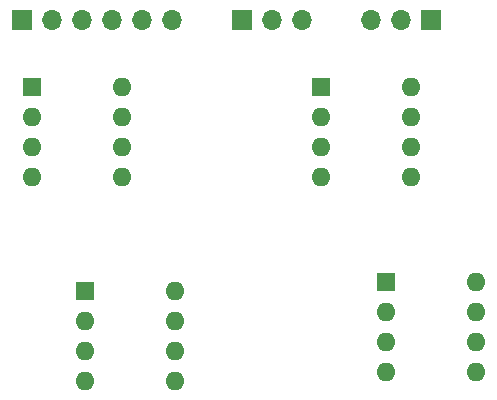
<source format=gbr>
%TF.GenerationSoftware,KiCad,Pcbnew,8.0.6*%
%TF.CreationDate,2024-11-22T18:40:36+01:00*%
%TF.ProjectId,+-10v dac,2b2d3130-7620-4646-9163-2e6b69636164,rev?*%
%TF.SameCoordinates,Original*%
%TF.FileFunction,Soldermask,Bot*%
%TF.FilePolarity,Negative*%
%FSLAX46Y46*%
G04 Gerber Fmt 4.6, Leading zero omitted, Abs format (unit mm)*
G04 Created by KiCad (PCBNEW 8.0.6) date 2024-11-22 18:40:36*
%MOMM*%
%LPD*%
G01*
G04 APERTURE LIST*
%ADD10R,1.600000X1.600000*%
%ADD11O,1.600000X1.600000*%
%ADD12R,1.700000X1.700000*%
%ADD13O,1.700000X1.700000*%
G04 APERTURE END LIST*
D10*
%TO.C,U4*%
X136700000Y-94200000D03*
D11*
X136700000Y-96740000D03*
X136700000Y-99280000D03*
X136700000Y-101820000D03*
X144320000Y-101820000D03*
X144320000Y-99280000D03*
X144320000Y-96740000D03*
X144320000Y-94200000D03*
%TD*%
D10*
%TO.C,U3*%
X131200000Y-77700000D03*
D11*
X131200000Y-80240000D03*
X131200000Y-82780000D03*
X131200000Y-85320000D03*
X138820000Y-85320000D03*
X138820000Y-82780000D03*
X138820000Y-80240000D03*
X138820000Y-77700000D03*
%TD*%
D10*
%TO.C,U2*%
X111200000Y-94960000D03*
D11*
X111200000Y-97500000D03*
X111200000Y-100040000D03*
X111200000Y-102580000D03*
X118820000Y-102580000D03*
X118820000Y-100040000D03*
X118820000Y-97500000D03*
X118820000Y-94960000D03*
%TD*%
D10*
%TO.C,U1*%
X106700000Y-77700000D03*
D11*
X106700000Y-80240000D03*
X106700000Y-82780000D03*
X106700000Y-85320000D03*
X114320000Y-85320000D03*
X114320000Y-82780000D03*
X114320000Y-80240000D03*
X114320000Y-77700000D03*
%TD*%
D12*
%TO.C,J3*%
X140500000Y-72000000D03*
D13*
X137960000Y-72000000D03*
X135420000Y-72000000D03*
%TD*%
D12*
%TO.C,J2*%
X105840000Y-72000000D03*
D13*
X108380000Y-72000000D03*
X110920000Y-72000000D03*
X113460000Y-72000000D03*
X116000000Y-72000000D03*
X118540000Y-72000000D03*
%TD*%
D12*
%TO.C,J1*%
X124460000Y-72000000D03*
D13*
X127000000Y-72000000D03*
X129540000Y-72000000D03*
%TD*%
M02*

</source>
